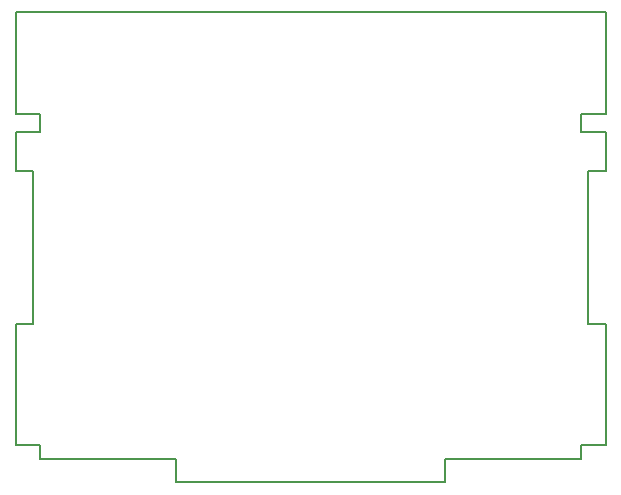
<source format=gko>
G04 Layer_Color=16711935*
%FSLAX25Y25*%
%MOIN*%
G70*
G01*
G75*
%ADD25C,0.00500*%
D25*
X3670376Y3032226D02*
Y3045218D01*
X3867226Y2940888D02*
Y2981045D01*
X3670376Y2940888D02*
Y2981045D01*
Y3051124D02*
Y3084982D01*
X3676282Y2981045D02*
Y3032226D01*
X3678644Y3045218D02*
Y3051124D01*
Y2936163D02*
Y2940888D01*
X3813683Y2936163D02*
X3858959D01*
X3678644D02*
X3723919D01*
X3858959Y2940888D02*
X3867226D01*
X3670376D02*
X3678644D01*
X3723919Y2928289D02*
Y2936163D01*
X3861321Y2981045D02*
X3867226D01*
X3670376D02*
X3676282D01*
X3861321Y3032226D02*
X3867226D01*
X3670376D02*
X3676282D01*
X3858959Y3045218D02*
X3867226D01*
X3670376D02*
X3678644D01*
X3813683Y2928289D02*
Y2936163D01*
X3858959Y3051124D02*
X3867226D01*
X3670376D02*
X3678644D01*
X3670376Y3084982D02*
X3867226D01*
X3858959Y2936163D02*
Y2940888D01*
Y3045218D02*
Y3051124D01*
X3861321Y2981045D02*
Y3032226D01*
X3867226Y3051124D02*
Y3084982D01*
Y3032226D02*
Y3045218D01*
X3723919Y2928289D02*
X3813683D01*
M02*

</source>
